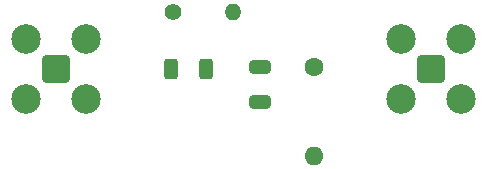
<source format=gbr>
%TF.GenerationSoftware,KiCad,Pcbnew,8.0.1*%
%TF.CreationDate,2024-04-10T13:10:00-07:00*%
%TF.ProjectId,LowPassFilter,4c6f7750-6173-4734-9669-6c7465722e6b,rev?*%
%TF.SameCoordinates,Original*%
%TF.FileFunction,Soldermask,Top*%
%TF.FilePolarity,Negative*%
%FSLAX46Y46*%
G04 Gerber Fmt 4.6, Leading zero omitted, Abs format (unit mm)*
G04 Created by KiCad (PCBNEW 8.0.1) date 2024-04-10 13:10:00*
%MOMM*%
%LPD*%
G01*
G04 APERTURE LIST*
G04 Aperture macros list*
%AMRoundRect*
0 Rectangle with rounded corners*
0 $1 Rounding radius*
0 $2 $3 $4 $5 $6 $7 $8 $9 X,Y pos of 4 corners*
0 Add a 4 corners polygon primitive as box body*
4,1,4,$2,$3,$4,$5,$6,$7,$8,$9,$2,$3,0*
0 Add four circle primitives for the rounded corners*
1,1,$1+$1,$2,$3*
1,1,$1+$1,$4,$5*
1,1,$1+$1,$6,$7*
1,1,$1+$1,$8,$9*
0 Add four rect primitives between the rounded corners*
20,1,$1+$1,$2,$3,$4,$5,0*
20,1,$1+$1,$4,$5,$6,$7,0*
20,1,$1+$1,$6,$7,$8,$9,0*
20,1,$1+$1,$8,$9,$2,$3,0*%
G04 Aperture macros list end*
%ADD10C,1.600000*%
%ADD11O,1.600000X1.600000*%
%ADD12RoundRect,0.200100X0.949900X-0.949900X0.949900X0.949900X-0.949900X0.949900X-0.949900X-0.949900X0*%
%ADD13C,2.500000*%
%ADD14RoundRect,0.200100X-0.949900X0.949900X-0.949900X-0.949900X0.949900X-0.949900X0.949900X0.949900X0*%
%ADD15C,1.400000*%
%ADD16O,1.400000X1.400000*%
%ADD17RoundRect,0.250000X-0.650000X0.325000X-0.650000X-0.325000X0.650000X-0.325000X0.650000X0.325000X0*%
%ADD18RoundRect,0.250000X-0.312500X-0.625000X0.312500X-0.625000X0.312500X0.625000X-0.312500X0.625000X0*%
G04 APERTURE END LIST*
D10*
%TO.C,C2*%
X154178000Y-94802000D03*
D11*
X154178000Y-102302000D03*
%TD*%
D12*
%TO.C,RF-IN*%
X132374000Y-94996000D03*
D13*
X129834000Y-97536000D03*
X134914000Y-97536000D03*
X129834000Y-92456000D03*
X134914000Y-92456000D03*
%TD*%
D14*
%TO.C,RF-OUT*%
X164084000Y-94996000D03*
D13*
X166624000Y-92456000D03*
X161544000Y-92456000D03*
X166624000Y-97536000D03*
X161544000Y-97536000D03*
%TD*%
D15*
%TO.C,R2*%
X142240000Y-90170000D03*
D16*
X147320000Y-90170000D03*
%TD*%
D17*
%TO.C,C1*%
X149606000Y-94791000D03*
X149606000Y-97741000D03*
%TD*%
D18*
%TO.C,R1*%
X142109000Y-94996000D03*
X145034000Y-94996000D03*
%TD*%
M02*

</source>
